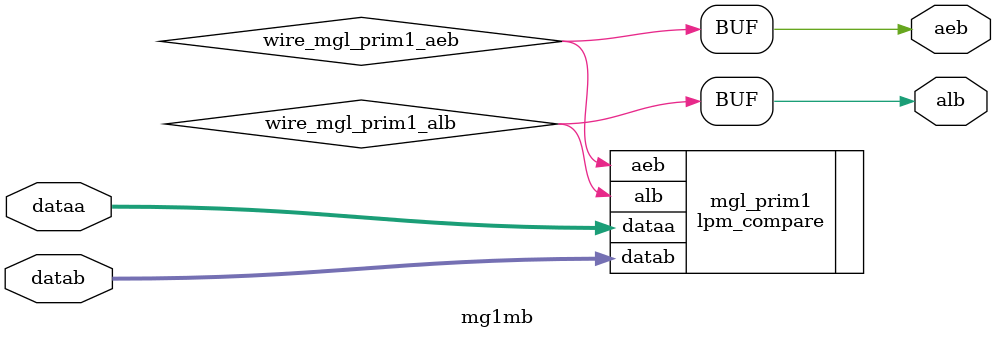
<source format=v>






//synthesis_resources = lpm_compare 1 
//synopsys translate_off
`timescale 1 ps / 1 ps
//synopsys translate_on
module  mg1mb
	( 
	aeb,
	alb,
	dataa,
	datab) /* synthesis synthesis_clearbox=1 */;
	output   aeb;
	output   alb;
	input   [9:0]  dataa;
	input   [9:0]  datab;

	wire  wire_mgl_prim1_aeb;
	wire  wire_mgl_prim1_alb;

	lpm_compare   mgl_prim1
	( 
	.aeb(wire_mgl_prim1_aeb),
	.alb(wire_mgl_prim1_alb),
	.dataa(dataa),
	.datab(datab));
	defparam
		mgl_prim1.lpm_representation = "UNSIGNED",
		mgl_prim1.lpm_type = "LPM_COMPARE",
		mgl_prim1.lpm_width = 10;
	assign
		aeb = wire_mgl_prim1_aeb,
		alb = wire_mgl_prim1_alb;
endmodule //mg1mb
//VALID FILE

</source>
